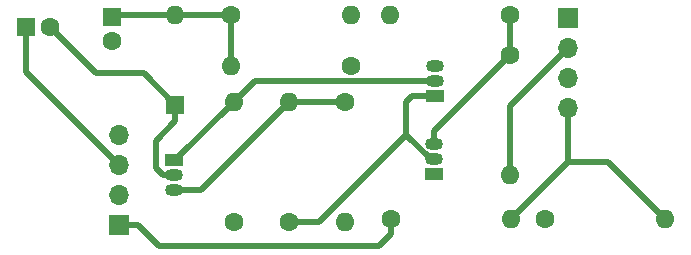
<source format=gbl>
G04 #@! TF.GenerationSoftware,KiCad,Pcbnew,6.0.0-d3dd2cf0fa~116~ubuntu20.04.1*
G04 #@! TF.CreationDate,2022-01-14T17:03:29+00:00*
G04 #@! TF.ProjectId,videopac_composite,76696465-6f70-4616-935f-636f6d706f73,rev?*
G04 #@! TF.SameCoordinates,Original*
G04 #@! TF.FileFunction,Copper,L2,Bot*
G04 #@! TF.FilePolarity,Positive*
%FSLAX46Y46*%
G04 Gerber Fmt 4.6, Leading zero omitted, Abs format (unit mm)*
G04 Created by KiCad (PCBNEW 6.0.0-d3dd2cf0fa~116~ubuntu20.04.1) date 2022-01-14 17:03:29*
%MOMM*%
%LPD*%
G01*
G04 APERTURE LIST*
G04 #@! TA.AperFunction,ComponentPad*
%ADD10O,1.700000X1.700000*%
G04 #@! TD*
G04 #@! TA.AperFunction,ComponentPad*
%ADD11R,1.700000X1.700000*%
G04 #@! TD*
G04 #@! TA.AperFunction,ComponentPad*
%ADD12R,1.600000X1.600000*%
G04 #@! TD*
G04 #@! TA.AperFunction,ComponentPad*
%ADD13C,1.600000*%
G04 #@! TD*
G04 #@! TA.AperFunction,ComponentPad*
%ADD14O,1.600000X1.600000*%
G04 #@! TD*
G04 #@! TA.AperFunction,ComponentPad*
%ADD15R,1.500000X1.050000*%
G04 #@! TD*
G04 #@! TA.AperFunction,ComponentPad*
%ADD16O,1.500000X1.050000*%
G04 #@! TD*
G04 #@! TA.AperFunction,Conductor*
%ADD17C,0.500000*%
G04 #@! TD*
G04 APERTURE END LIST*
D10*
X79255000Y-71240000D03*
X79255000Y-68700000D03*
X79255000Y-66160000D03*
D11*
X79255000Y-63620000D03*
D12*
X33334888Y-64389000D03*
D13*
X35334888Y-64389000D03*
X64262000Y-80645000D03*
D14*
X74422000Y-80645000D03*
D15*
X67945000Y-70231000D03*
D16*
X67945000Y-68961000D03*
X67945000Y-67691000D03*
D13*
X60325000Y-70739000D03*
D14*
X60325000Y-80899000D03*
D13*
X74295000Y-66802000D03*
D14*
X74295000Y-76962000D03*
D15*
X45868000Y-75692000D03*
D16*
X45868000Y-76962000D03*
X45868000Y-78232000D03*
D13*
X50927000Y-80899000D03*
D14*
X50927000Y-70739000D03*
D12*
X40640000Y-63560888D03*
D13*
X40640000Y-65560888D03*
X50673000Y-63373000D03*
D14*
X60833000Y-63373000D03*
D13*
X55626000Y-80899000D03*
D14*
X55626000Y-70739000D03*
D13*
X74295000Y-63373000D03*
D14*
X64135000Y-63373000D03*
D15*
X67924000Y-76835000D03*
D16*
X67924000Y-75565000D03*
X67924000Y-74295000D03*
D12*
X45974000Y-70993000D03*
D14*
X45974000Y-63373000D03*
D13*
X77290000Y-80610000D03*
D14*
X87450000Y-80610000D03*
D13*
X60833000Y-67691000D03*
D14*
X50673000Y-67691000D03*
D11*
X41205000Y-81143000D03*
D10*
X41205000Y-78603000D03*
X41205000Y-76063000D03*
X41205000Y-73523000D03*
D17*
X67924000Y-74295000D02*
X67924000Y-73173000D01*
X67924000Y-73173000D02*
X74295000Y-66802000D01*
X55626000Y-80899000D02*
X58139179Y-80899000D01*
X58139179Y-80899000D02*
X65532000Y-73506179D01*
X41205000Y-76063000D02*
X33334888Y-68192888D01*
X33334888Y-68192888D02*
X33334888Y-64389000D01*
X87450000Y-80610000D02*
X82652000Y-75812000D01*
X82652000Y-75812000D02*
X79255000Y-75812000D01*
X79255000Y-71240000D02*
X79255000Y-75812000D01*
X79255000Y-75812000D02*
X74422000Y-80645000D01*
X79255000Y-66160000D02*
X74295000Y-71120000D01*
X74295000Y-71120000D02*
X74295000Y-76962000D01*
X50673000Y-63373000D02*
X50673000Y-67691000D01*
X45974000Y-63373000D02*
X40827888Y-63373000D01*
X40827888Y-63373000D02*
X40640000Y-63560888D01*
X50673000Y-63373000D02*
X45974000Y-63373000D01*
X74295000Y-66802000D02*
X74295000Y-63373000D01*
X67590821Y-75565000D02*
X65532000Y-73506179D01*
X65532000Y-70739000D02*
X66040000Y-70231000D01*
X66040000Y-70231000D02*
X67945000Y-70231000D01*
X67924000Y-75565000D02*
X67590821Y-75565000D01*
X65532000Y-73506179D02*
X65532000Y-70739000D01*
X48133000Y-78232000D02*
X55626000Y-70739000D01*
X45868000Y-78232000D02*
X48133000Y-78232000D01*
X55626000Y-70739000D02*
X60325000Y-70739000D01*
X42856000Y-81143000D02*
X44644000Y-82931000D01*
X63246000Y-82931000D02*
X64262000Y-81915000D01*
X41205000Y-81143000D02*
X42856000Y-81143000D01*
X64262000Y-81915000D02*
X64262000Y-80645000D01*
X44644000Y-82931000D02*
X63246000Y-82931000D01*
X39271888Y-68326000D02*
X43307000Y-68326000D01*
X43307000Y-68326000D02*
X45974000Y-70993000D01*
X45868000Y-76962000D02*
X44963978Y-76962000D01*
X35334888Y-64389000D02*
X39271888Y-68326000D01*
X45974000Y-72390000D02*
X45974000Y-70993000D01*
X44323000Y-76321022D02*
X44323000Y-74041000D01*
X44323000Y-74041000D02*
X45974000Y-72390000D01*
X44963978Y-76962000D02*
X44323000Y-76321022D01*
X50927000Y-70739000D02*
X52705000Y-68961000D01*
X45868000Y-75692000D02*
X45974000Y-75692000D01*
X52705000Y-68961000D02*
X67945000Y-68961000D01*
X45974000Y-75692000D02*
X50927000Y-70739000D01*
M02*

</source>
